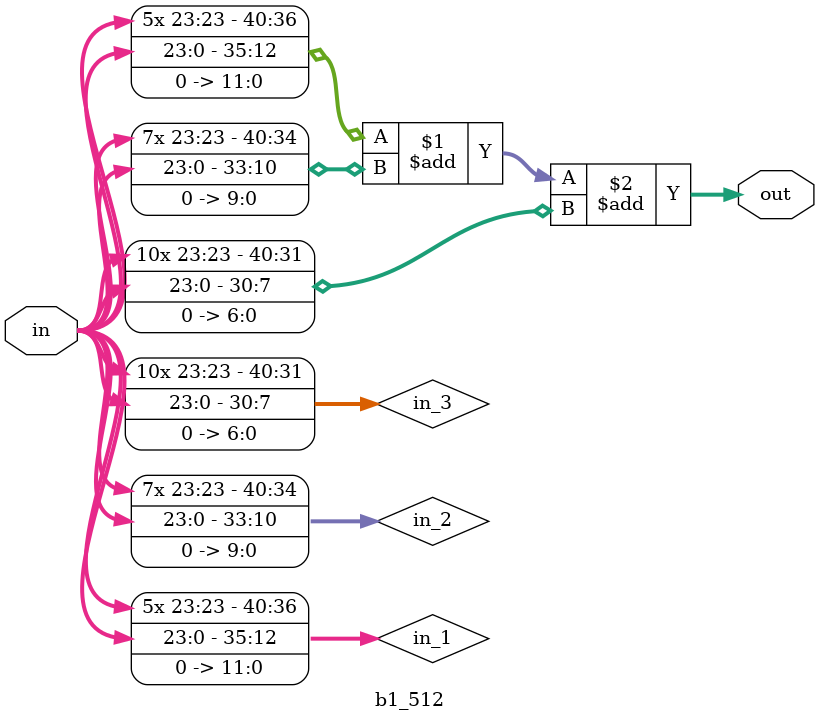
<source format=v>
module b1_512(in,out);
input[23:0]in;
output[40:0]out;

wire[40:0]in_1;
wire[40:0]in_2;
wire[40:0]in_3;

//25+1位整数,16位小数
assign in_1[40:0]={{5{in[23]}},in[23:0],{12{1'b0}}};//>>4
assign in_2[40:0]={{7{in[23]}},in[23:0],{10{1'b0}}};//>>6
assign in_3[40:0]={{10{in[23]}},in[23:0],{7{1'b0}}};//>>9

assign out[40:0]=in_1[40:0]+in_2[40:0]+in_3[40:0];
endmodule
</source>
